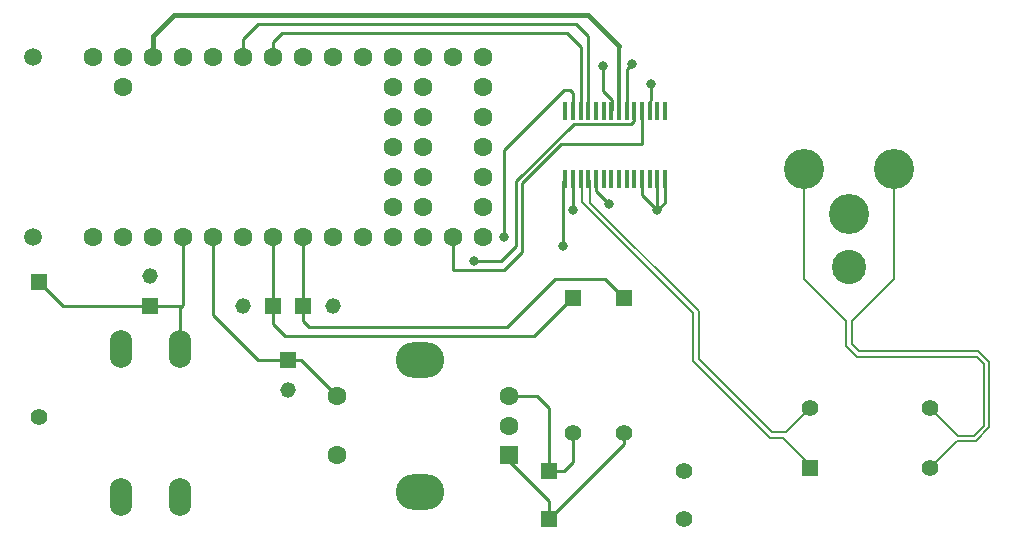
<source format=gbr>
%TF.GenerationSoftware,KiCad,Pcbnew,9.0.3*%
%TF.CreationDate,2025-08-23T13:52:50+10:00*%
%TF.ProjectId,soundrocket,736f756e-6472-46f6-936b-65742e6b6963,rev?*%
%TF.SameCoordinates,Original*%
%TF.FileFunction,Copper,L1,Top*%
%TF.FilePolarity,Positive*%
%FSLAX46Y46*%
G04 Gerber Fmt 4.6, Leading zero omitted, Abs format (unit mm)*
G04 Created by KiCad (PCBNEW 9.0.3) date 2025-08-23 13:52:50*
%MOMM*%
%LPD*%
G01*
G04 APERTURE LIST*
G04 Aperture macros list*
%AMRoundRect*
0 Rectangle with rounded corners*
0 $1 Rounding radius*
0 $2 $3 $4 $5 $6 $7 $8 $9 X,Y pos of 4 corners*
0 Add a 4 corners polygon primitive as box body*
4,1,4,$2,$3,$4,$5,$6,$7,$8,$9,$2,$3,0*
0 Add four circle primitives for the rounded corners*
1,1,$1+$1,$2,$3*
1,1,$1+$1,$4,$5*
1,1,$1+$1,$6,$7*
1,1,$1+$1,$8,$9*
0 Add four rect primitives between the rounded corners*
20,1,$1+$1,$2,$3,$4,$5,0*
20,1,$1+$1,$4,$5,$6,$7,0*
20,1,$1+$1,$6,$7,$8,$9,0*
20,1,$1+$1,$8,$9,$2,$3,0*%
G04 Aperture macros list end*
%TA.AperFunction,ComponentPad*%
%ADD10C,2.900000*%
%TD*%
%TA.AperFunction,ComponentPad*%
%ADD11C,3.400000*%
%TD*%
%TA.AperFunction,ComponentPad*%
%ADD12C,1.397000*%
%TD*%
%TA.AperFunction,ComponentPad*%
%ADD13R,1.397000X1.397000*%
%TD*%
%TA.AperFunction,ComponentPad*%
%ADD14O,1.900000X3.200000*%
%TD*%
%TA.AperFunction,ComponentPad*%
%ADD15O,4.100000X3.000000*%
%TD*%
%TA.AperFunction,ComponentPad*%
%ADD16C,1.600000*%
%TD*%
%TA.AperFunction,ComponentPad*%
%ADD17RoundRect,0.250000X0.550000X0.550000X-0.550000X0.550000X-0.550000X-0.550000X0.550000X-0.550000X0*%
%TD*%
%TA.AperFunction,ComponentPad*%
%ADD18R,1.318000X1.318000*%
%TD*%
%TA.AperFunction,ComponentPad*%
%ADD19C,1.318000*%
%TD*%
%TA.AperFunction,ComponentPad*%
%ADD20C,1.500000*%
%TD*%
%TA.AperFunction,SMDPad,CuDef*%
%ADD21RoundRect,0.051250X-0.153750X0.733750X-0.153750X-0.733750X0.153750X-0.733750X0.153750X0.733750X0*%
%TD*%
%TA.AperFunction,ViaPad*%
%ADD22C,0.800000*%
%TD*%
%TA.AperFunction,Conductor*%
%ADD23C,0.250000*%
%TD*%
%TA.AperFunction,Conductor*%
%ADD24C,0.200000*%
%TD*%
%TA.AperFunction,Conductor*%
%ADD25C,0.400000*%
%TD*%
%TA.AperFunction,Conductor*%
%ADD26C,0.300000*%
%TD*%
G04 APERTURE END LIST*
D10*
%TO.P,J1,G*%
%TO.N,GND*%
X191008000Y-50038000D03*
D11*
%TO.P,J1,3*%
X191008000Y-45593000D03*
%TO.P,J1,2*%
%TO.N,/XLR-TX-*%
X194818000Y-41783000D03*
%TO.P,J1,1*%
%TO.N,/XLR-TX+*%
X187198000Y-41783000D03*
%TD*%
D12*
%TO.P,PUR1,2*%
%TO.N,3V3*%
X177038000Y-71374000D03*
D13*
%TO.P,PUR1,1*%
%TO.N,Net-(R1-Pad1)*%
X165608000Y-71374000D03*
%TD*%
D12*
%TO.P,PUR2,2*%
%TO.N,3V3*%
X177038000Y-67310000D03*
D13*
%TO.P,PUR2,1*%
%TO.N,Net-(R2-Pad1)*%
X165608000Y-67310000D03*
%TD*%
D12*
%TO.P,PUR5,2*%
%TO.N,3V3*%
X122428000Y-62738000D03*
D13*
%TO.P,PUR5,1*%
%TO.N,Net-(U1-2_OUT2)*%
X122428000Y-51308000D03*
%TD*%
D14*
%TO.P,SW1,4*%
%TO.N,N/C*%
X134366000Y-69496000D03*
%TO.P,SW1,3*%
X129366000Y-69496000D03*
%TO.P,SW1,2,2*%
%TO.N,Net-(U1-2_OUT2)*%
X134366000Y-56996000D03*
%TO.P,SW1,1,1*%
%TO.N,GND*%
X129366000Y-56996000D03*
%TD*%
D15*
%TO.P,SW2,SH*%
%TO.N,N/C*%
X154690000Y-57900000D03*
X154690000Y-69100000D03*
D16*
%TO.P,SW2,S2,S2*%
%TO.N,Net-(U1-3_LRCLK2)*%
X147690000Y-61000000D03*
%TO.P,SW2,S1,S1*%
%TO.N,GND*%
X147690000Y-66000000D03*
%TO.P,SW2,C,C*%
X162190000Y-63500000D03*
%TO.P,SW2,B,B*%
%TO.N,Net-(R2-Pad1)*%
X162190000Y-61000000D03*
D17*
%TO.P,SW2,A,A*%
%TO.N,Net-(R1-Pad1)*%
X162190000Y-66000000D03*
%TD*%
D18*
%TO.P,C4,1*%
%TO.N,Net-(U1-5_IN2)*%
X142240000Y-53340000D03*
D19*
%TO.P,C4,2*%
%TO.N,GND*%
X139700000Y-53340000D03*
%TD*%
D16*
%TO.P,U1,1,GND*%
%TO.N,unconnected-(U1-GND-Pad1)*%
X127000000Y-47498000D03*
%TO.P,U1,2,0_RX1_CRX2_CS1*%
%TO.N,Net-(U1-0_RX1_CRX2_CS1)*%
X129540000Y-47498000D03*
%TO.P,U1,3,1_TX1_CTX2_MISO1*%
%TO.N,unconnected-(U1-1_TX1_CTX2_MISO1-Pad3)*%
X132080000Y-47498000D03*
%TO.P,U1,4,2_OUT2*%
%TO.N,Net-(U1-2_OUT2)*%
X134620000Y-47498000D03*
%TO.P,U1,5,3_LRCLK2*%
%TO.N,Net-(U1-3_LRCLK2)*%
X137160000Y-47498000D03*
%TO.P,U1,6,4_BCLK2*%
%TO.N,unconnected-(U1-4_BCLK2-Pad6)*%
X139700000Y-47498000D03*
%TO.P,U1,7,5_IN2*%
%TO.N,Net-(U1-5_IN2)*%
X142240000Y-47498000D03*
%TO.P,U1,8,6_OUT1D*%
%TO.N,Net-(U1-6_OUT1D)*%
X144780000Y-47498000D03*
%TO.P,U1,9,7_RX2_OUT1A*%
%TO.N,Net-(U1-7_RX2_OUT1A)*%
X147320000Y-47498000D03*
%TO.P,U1,10,8_TX2_IN1*%
%TO.N,unconnected-(U1-8_TX2_IN1-Pad10)*%
X149860000Y-47498000D03*
%TO.P,U1,11,9_OUT1C*%
%TO.N,unconnected-(U1-9_OUT1C-Pad11)*%
X152400000Y-47498000D03*
%TO.P,U1,12,10_CS_MQSR*%
%TO.N,Net-(U1-10_CS_MQSR)*%
X154940000Y-47498000D03*
%TO.P,U1,13,11_MOSI_CTX1*%
%TO.N,Net-(U1-11_MOSI_CTX1)*%
X157480000Y-47498000D03*
%TO.P,U1,14,12_MISO_MQSL*%
%TO.N,unconnected-(U1-12_MISO_MQSL-Pad14)*%
X160020000Y-47498000D03*
%TO.P,U1,15,VBAT*%
%TO.N,unconnected-(U1-VBAT-Pad15)*%
X160020000Y-44958000D03*
%TO.P,U1,16,3V3*%
%TO.N,unconnected-(U1-3V3-Pad16)*%
X160020000Y-42418000D03*
%TO.P,U1,17,GND*%
%TO.N,unconnected-(U1-GND-Pad17)*%
X160020000Y-39878000D03*
%TO.P,U1,18,PROGRAM*%
%TO.N,unconnected-(U1-PROGRAM-Pad18)*%
X160020000Y-37338000D03*
%TO.P,U1,19,ON_OFF*%
%TO.N,unconnected-(U1-ON_OFF-Pad19)*%
X160020000Y-34798000D03*
%TO.P,U1,20,13_SCK_CRX1_LED*%
%TO.N,unconnected-(U1-13_SCK_CRX1_LED-Pad20)*%
X160020000Y-32258000D03*
%TO.P,U1,21,14_A0_TX3_SPDIF_OUT*%
%TO.N,unconnected-(U1-14_A0_TX3_SPDIF_OUT-Pad21)*%
X157480000Y-32258000D03*
%TO.P,U1,22,15_A1_RX3_SPDIF_IN*%
%TO.N,unconnected-(U1-15_A1_RX3_SPDIF_IN-Pad22)*%
X154940000Y-32258000D03*
%TO.P,U1,23,16_A2_RX4_SCL1*%
%TO.N,unconnected-(U1-16_A2_RX4_SCL1-Pad23)*%
X152400000Y-32258000D03*
%TO.P,U1,24,17_A3_TX4_SDA1*%
%TO.N,unconnected-(U1-17_A3_TX4_SDA1-Pad24)*%
X149860000Y-32258000D03*
%TO.P,U1,25,18_A4_SDA0*%
%TO.N,unconnected-(U1-18_A4_SDA0-Pad25)*%
X147320000Y-32258000D03*
%TO.P,U1,26,19_A5_SCL0*%
%TO.N,Net-(U1-19_A5_SCL0)*%
X144780000Y-32258000D03*
%TO.P,U1,27,20_A6_TX5_LRCLK1*%
%TO.N,Net-(U1-20_A6_TX5_LRCLK1)*%
X142240000Y-32258000D03*
%TO.P,U1,28,21_A7_RX5_BCLK1*%
%TO.N,Net-(U1-21_A7_RX5_BCLK1)*%
X139700000Y-32258000D03*
%TO.P,U1,29,22_A8_CTX1*%
%TO.N,unconnected-(U1-22_A8_CTX1-Pad29)*%
X137160000Y-32258000D03*
%TO.P,U1,30,23_A9_CRX1_MCLK1*%
%TO.N,Net-(U1-23_A9_CRX1_MCLK1)*%
X134620000Y-32258000D03*
%TO.P,U1,31,3V3*%
%TO.N,3V3*%
X132080000Y-32258000D03*
%TO.P,U1,32,GND*%
%TO.N,GND*%
X129540000Y-32258000D03*
%TO.P,U1,33,VIN*%
%TO.N,5V0*%
X127000000Y-32258000D03*
%TO.P,U1,34,VUSB*%
%TO.N,unconnected-(U1-VUSB-Pad34)*%
X129540000Y-34798000D03*
%TO.P,U1,35,24_A10_TX6_SCL2*%
%TO.N,unconnected-(U1-24_A10_TX6_SCL2-Pad35)*%
X154940000Y-34798000D03*
%TO.P,U1,36,25_A11_RX6_SDA2*%
%TO.N,unconnected-(U1-25_A11_RX6_SDA2-Pad36)*%
X152400000Y-34798000D03*
%TO.P,U1,37,26_A12_MOSI1*%
%TO.N,unconnected-(U1-26_A12_MOSI1-Pad37)*%
X154940000Y-37338000D03*
%TO.P,U1,38,27_A13_SCK1*%
%TO.N,unconnected-(U1-27_A13_SCK1-Pad38)*%
X152400000Y-37338000D03*
%TO.P,U1,39,28_RX7*%
%TO.N,unconnected-(U1-28_RX7-Pad39)*%
X154940000Y-39878000D03*
%TO.P,U1,40,29_TX7*%
%TO.N,unconnected-(U1-29_TX7-Pad40)*%
X152400000Y-39878000D03*
%TO.P,U1,41,30_CRX3*%
%TO.N,unconnected-(U1-30_CRX3-Pad41)*%
X154940000Y-42418000D03*
%TO.P,U1,42,31_CTX3*%
%TO.N,unconnected-(U1-31_CTX3-Pad42)*%
X152400000Y-42418000D03*
%TO.P,U1,43,32_OUT1B*%
%TO.N,unconnected-(U1-32_OUT1B-Pad43)*%
X154940000Y-44958000D03*
%TO.P,U1,44,33_MCLK2*%
%TO.N,unconnected-(U1-33_MCLK2-Pad44)*%
X152400000Y-44958000D03*
%TD*%
D18*
%TO.P,C2,1*%
%TO.N,Net-(U1-3_LRCLK2)*%
X143510000Y-57912000D03*
D19*
%TO.P,C2,2*%
%TO.N,GND*%
X143510000Y-60452000D03*
%TD*%
D13*
%TO.P,R4,1*%
%TO.N,Net-(U1-6_OUT1D)*%
X171958000Y-52705000D03*
D12*
%TO.P,R4,2*%
%TO.N,Net-(R1-Pad1)*%
X171958000Y-64135000D03*
%TD*%
D13*
%TO.P,T1,1*%
%TO.N,/DIT4192-TX-*%
X187706000Y-67056000D03*
D12*
%TO.P,T1,2*%
%TO.N,/DIT4192-TX+*%
X187706000Y-61976000D03*
%TO.P,T1,3*%
%TO.N,/XLR-TX-*%
X197866000Y-67056000D03*
%TO.P,T1,4*%
%TO.N,/XLR-TX+*%
X197866000Y-61976000D03*
%TD*%
D13*
%TO.P,R3,1*%
%TO.N,Net-(U1-5_IN2)*%
X167640000Y-52705000D03*
D12*
%TO.P,R3,2*%
%TO.N,Net-(R2-Pad1)*%
X167640000Y-64135000D03*
%TD*%
D20*
%TO.P,GND,1*%
%TO.N,GND*%
X121920000Y-47498000D03*
%TD*%
%TO.P,5V,1*%
%TO.N,5V0*%
X121920000Y-32258000D03*
%TD*%
D18*
%TO.P,C3,1*%
%TO.N,Net-(U1-6_OUT1D)*%
X144780000Y-53340000D03*
D19*
%TO.P,C3,2*%
%TO.N,GND*%
X147320000Y-53340000D03*
%TD*%
D21*
%TO.P,U2,1,CSS*%
%TO.N,unconnected-(U2-CSS-Pad1)*%
X175440000Y-36817500D03*
%TO.P,U2,2,COPY/C*%
%TO.N,unconnected-(U2-COPY{slash}C-Pad2)*%
X174790000Y-36817500D03*
%TO.P,U2,3,L*%
%TO.N,Net-(U1-19_A5_SCL0)*%
X174140000Y-36817500D03*
%TO.P,U2,4,CLK1*%
%TO.N,Net-(U1-11_MOSI_CTX1)*%
X173490000Y-36817500D03*
%TO.P,U2,5,CLK0*%
%TO.N,Net-(U1-10_CS_MQSR)*%
X172840000Y-36817500D03*
%TO.P,U2,6,MCLK*%
%TO.N,Net-(U1-23_A9_CRX1_MCLK1)*%
X172190000Y-36817500D03*
%TO.P,U2,7,V_IO*%
%TO.N,3V3*%
X171540000Y-36817500D03*
%TO.P,U2,8,DGND*%
%TO.N,GND*%
X170890000Y-36817500D03*
%TO.P,U2,9,FMT0*%
%TO.N,unconnected-(U2-FMT0-Pad9)*%
X170240000Y-36817500D03*
%TO.P,U2,10,FMT1*%
%TO.N,unconnected-(U2-FMT1-Pad10)*%
X169590000Y-36817500D03*
%TO.P,U2,11,SCLK*%
%TO.N,Net-(U1-21_A7_RX5_BCLK1)*%
X168940000Y-36817500D03*
%TO.P,U2,12,SYNC*%
%TO.N,Net-(U1-20_A6_TX5_LRCLK1)*%
X168290000Y-36817500D03*
%TO.P,U2,13,SDATA*%
%TO.N,Net-(U1-7_RX2_OUT1A)*%
X167640000Y-36817500D03*
%TO.P,U2,14,M/S*%
%TO.N,unconnected-(U2-M{slash}S-Pad14)*%
X166990000Y-36817500D03*
%TO.P,U2,15,RST*%
%TO.N,Net-(U1-0_RX1_CRX2_CS1)*%
X166990000Y-42557500D03*
%TO.P,U2,16,DGND-1*%
%TO.N,GND*%
X167640000Y-42557500D03*
%TO.P,U2,17,TX-*%
%TO.N,/DIT4192-TX-*%
X168290000Y-42557500D03*
%TO.P,U2,18,TX+*%
%TO.N,/DIT4192-TX+*%
X168940000Y-42557500D03*
%TO.P,U2,19,VDD*%
%TO.N,5V0*%
X169590000Y-42557500D03*
%TO.P,U2,20,MDAT*%
%TO.N,unconnected-(U2-MDAT-Pad20)*%
X170240000Y-42557500D03*
%TO.P,U2,21,MONO*%
%TO.N,unconnected-(U2-MONO-Pad21)*%
X170890000Y-42557500D03*
%TO.P,U2,22,AUDIO*%
%TO.N,unconnected-(U2-AUDIO-Pad22)*%
X171540000Y-42557500D03*
%TO.P,U2,23,EMPH*%
%TO.N,unconnected-(U2-EMPH-Pad23)*%
X172190000Y-42557500D03*
%TO.P,U2,24,BLSM*%
%TO.N,unconnected-(U2-BLSM-Pad24)*%
X172840000Y-42557500D03*
%TO.P,U2,25,BLS*%
%TO.N,GND*%
X173490000Y-42557500D03*
%TO.P,U2,26,V*%
%TO.N,unconnected-(U2-V-Pad26)*%
X174140000Y-42557500D03*
%TO.P,U2,27,U*%
%TO.N,GND*%
X174790000Y-42557500D03*
%TO.P,U2,28,MODE*%
X175440000Y-42557500D03*
%TD*%
D18*
%TO.P,C1,1*%
%TO.N,Net-(U1-2_OUT2)*%
X131826000Y-53340000D03*
D19*
%TO.P,C1,2*%
%TO.N,GND*%
X131826000Y-50800000D03*
%TD*%
D22*
%TO.N,Net-(U1-7_RX2_OUT1A)*%
X161798000Y-47498000D03*
%TO.N,GND*%
X174790000Y-45250000D03*
X170180000Y-33020000D03*
X167640000Y-45212000D03*
%TO.N,Net-(U1-0_RX1_CRX2_CS1)*%
X166785001Y-48260000D03*
%TO.N,Net-(U1-10_CS_MQSR)*%
X159258000Y-49530000D03*
%TO.N,Net-(U1-19_A5_SCL0)*%
X174244000Y-34544000D03*
%TO.N,Net-(U1-23_A9_CRX1_MCLK1)*%
X172593000Y-32893000D03*
%TO.N,5V0*%
X170688000Y-44704000D03*
%TD*%
D23*
%TO.N,Net-(U1-20_A6_TX5_LRCLK1)*%
X167132000Y-30226000D02*
X143002000Y-30226000D01*
X168290000Y-31384000D02*
X167132000Y-30226000D01*
X142240000Y-30988000D02*
X142240000Y-32258000D01*
X168290000Y-36817500D02*
X168290000Y-31384000D01*
X143002000Y-30226000D02*
X142240000Y-30988000D01*
%TO.N,Net-(U1-7_RX2_OUT1A)*%
X161798000Y-45974000D02*
X161798000Y-47498000D01*
X166878000Y-35052000D02*
X167386000Y-35052000D01*
X167640000Y-35306000D02*
X167640000Y-36817500D01*
X161798000Y-40132000D02*
X166878000Y-35052000D01*
X167386000Y-35052000D02*
X167640000Y-35306000D01*
X161798000Y-45974000D02*
X161798000Y-40132000D01*
%TO.N,GND*%
X174790000Y-45250000D02*
X175440000Y-44600000D01*
X170180000Y-35179000D02*
X170912576Y-35911576D01*
X175440000Y-44600000D02*
X175440000Y-42557500D01*
X170912576Y-36794924D02*
X170890000Y-36817500D01*
X170912576Y-35911576D02*
X170912576Y-36794924D01*
X167640000Y-42557500D02*
X167640000Y-45212000D01*
X173490000Y-43950000D02*
X173490000Y-42557500D01*
X174790000Y-45250000D02*
X174790000Y-42557500D01*
X174790000Y-45250000D02*
X173490000Y-43950000D01*
X170180000Y-33020000D02*
X170180000Y-35179000D01*
%TO.N,Net-(U1-0_RX1_CRX2_CS1)*%
X166785001Y-48260000D02*
X166785001Y-42762499D01*
X166785001Y-42762499D02*
X166990000Y-42557500D01*
%TO.N,Net-(U1-11_MOSI_CTX1)*%
X157480000Y-47498000D02*
X157480000Y-50292000D01*
X163322000Y-48768000D02*
X163322000Y-42926000D01*
X163322000Y-42926000D02*
X166624000Y-39624000D01*
X173490000Y-39616000D02*
X173490000Y-36817500D01*
X157480000Y-50292000D02*
X161798000Y-50292000D01*
X161798000Y-50292000D02*
X163322000Y-48768000D01*
X166624000Y-39624000D02*
X173482000Y-39624000D01*
X173482000Y-39624000D02*
X173490000Y-39616000D01*
%TO.N,Net-(U1-10_CS_MQSR)*%
X159258000Y-49530000D02*
X161544000Y-49530000D01*
X167681690Y-37928500D02*
X172558500Y-37928500D01*
X172558500Y-37928500D02*
X172840000Y-37647000D01*
X172840000Y-37647000D02*
X172840000Y-36817500D01*
X161544000Y-49530000D02*
X162814000Y-48260000D01*
X162814000Y-48260000D02*
X162814000Y-42796190D01*
X162814000Y-42796190D02*
X167681690Y-37928500D01*
%TO.N,Net-(U1-21_A7_RX5_BCLK1)*%
X139700000Y-30734000D02*
X140970000Y-29464000D01*
X139700000Y-32258000D02*
X139700000Y-30734000D01*
X168940000Y-30510000D02*
X168940000Y-36817500D01*
X167894000Y-29464000D02*
X168940000Y-30510000D01*
X140970000Y-29464000D02*
X167894000Y-29464000D01*
%TO.N,Net-(U1-19_A5_SCL0)*%
X174244000Y-35928501D02*
X174140000Y-36032501D01*
X174244000Y-34544000D02*
X174244000Y-35928501D01*
X174140000Y-36032501D02*
X174140000Y-36817500D01*
%TO.N,Net-(U1-23_A9_CRX1_MCLK1)*%
X172212000Y-33274000D02*
X172212000Y-36795500D01*
X172212000Y-36795500D02*
X172190000Y-36817500D01*
X172593000Y-32893000D02*
X172212000Y-33274000D01*
%TO.N,Net-(U1-2_OUT2)*%
X124460000Y-53340000D02*
X122428000Y-51308000D01*
X134620000Y-53226000D02*
X134506000Y-53340000D01*
X134620000Y-47498000D02*
X134620000Y-53226000D01*
X134506000Y-53340000D02*
X134366000Y-53480000D01*
X131826000Y-53340000D02*
X124460000Y-53340000D01*
X134506000Y-53340000D02*
X131826000Y-53340000D01*
X134366000Y-53480000D02*
X134366000Y-56996000D01*
%TO.N,Net-(U1-5_IN2)*%
X143256000Y-55880000D02*
X142240000Y-54864000D01*
X167640000Y-52705000D02*
X167513000Y-52705000D01*
X142240000Y-47498000D02*
X142240000Y-53340000D01*
X142240000Y-54864000D02*
X142240000Y-53340000D01*
X164338000Y-55880000D02*
X143256000Y-55880000D01*
X167513000Y-52705000D02*
X164338000Y-55880000D01*
%TO.N,Net-(U1-3_LRCLK2)*%
X137160000Y-54102000D02*
X137160000Y-47498000D01*
X144602000Y-57912000D02*
X147690000Y-61000000D01*
X143510000Y-57912000D02*
X144602000Y-57912000D01*
X140970000Y-57912000D02*
X143510000Y-57912000D01*
X137160000Y-54102000D02*
X140970000Y-57912000D01*
%TO.N,Net-(U1-6_OUT1D)*%
X166116000Y-51054000D02*
X170307000Y-51054000D01*
X145288000Y-55118000D02*
X162052000Y-55118000D01*
X170307000Y-51054000D02*
X171958000Y-52705000D01*
X144780000Y-53340000D02*
X144780000Y-54610000D01*
X144780000Y-47498000D02*
X144780000Y-53340000D01*
X144780000Y-54610000D02*
X145288000Y-55118000D01*
X162052000Y-55118000D02*
X166116000Y-51054000D01*
D24*
%TO.N,/DIT4192-TX-*%
X185420000Y-64487000D02*
X187706000Y-66773000D01*
X168434000Y-44581478D02*
X177829000Y-53976478D01*
X177829000Y-53976478D02*
X177829000Y-58005198D01*
X168434000Y-42701500D02*
X168434000Y-44581478D01*
X168290000Y-42557500D02*
X168434000Y-42701500D01*
X187706000Y-66773000D02*
X187706000Y-67056000D01*
X177829000Y-58005198D02*
X184310802Y-64487000D01*
X184310802Y-64487000D02*
X185420000Y-64487000D01*
%TO.N,/DIT4192-TX+*%
X178279000Y-53790110D02*
X178279000Y-57818802D01*
X184497198Y-64037000D02*
X185645000Y-64037000D01*
X168940000Y-42571103D02*
X169084000Y-42715103D01*
X169084000Y-44595110D02*
X178279000Y-53790110D01*
X185645000Y-64037000D02*
X187706000Y-61976000D01*
X178279000Y-57818802D02*
X184497198Y-64037000D01*
X169084000Y-42715103D02*
X169084000Y-44595110D01*
X168940000Y-42557500D02*
X168940000Y-42571103D01*
D23*
%TO.N,5V0*%
X170688000Y-44704000D02*
X169590000Y-43606000D01*
X169590000Y-43606000D02*
X169590000Y-42557500D01*
D24*
%TO.N,/XLR-TX-*%
X191863198Y-57179000D02*
X191233000Y-56548802D01*
X201735100Y-64770000D02*
X202868000Y-63637100D01*
X191233000Y-54610000D02*
X194818000Y-51025000D01*
X194818000Y-51025000D02*
X194818000Y-41783000D01*
X191233000Y-56548802D02*
X191233000Y-54610000D01*
X200152000Y-64770000D02*
X201735100Y-64770000D01*
X202002902Y-57228000D02*
X201974198Y-57228000D01*
X201974198Y-57228000D02*
X202023198Y-57179000D01*
X202868000Y-58093098D02*
X202002902Y-57228000D01*
X202023198Y-57179000D02*
X191863198Y-57179000D01*
X202868000Y-63637100D02*
X202868000Y-58093098D01*
X197866000Y-67056000D02*
X200152000Y-64770000D01*
%TO.N,/XLR-TX+*%
X201569000Y-64369000D02*
X200259000Y-64369000D01*
X201836802Y-57629000D02*
X202467000Y-58259198D01*
X190783000Y-54610000D02*
X190783000Y-56735198D01*
X190783000Y-56735198D02*
X191676802Y-57629000D01*
X202467000Y-63471000D02*
X201569000Y-64369000D01*
X190783000Y-54610000D02*
X187198000Y-51025000D01*
X191676802Y-57629000D02*
X201836802Y-57629000D01*
X202467000Y-58259198D02*
X202467000Y-63471000D01*
X200259000Y-64369000D02*
X197866000Y-61976000D01*
X187198000Y-51025000D02*
X187198000Y-41783000D01*
D23*
%TO.N,Net-(R1-Pad1)*%
X171958000Y-64135000D02*
X171958000Y-65024000D01*
X171958000Y-65024000D02*
X165608000Y-71374000D01*
X162190000Y-66432000D02*
X162190000Y-66000000D01*
X165608000Y-71374000D02*
X165608000Y-69850000D01*
X162520000Y-66000000D02*
X162190000Y-66000000D01*
X165608000Y-69850000D02*
X162190000Y-66432000D01*
%TO.N,Net-(R2-Pad1)*%
X166878000Y-67310000D02*
X165608000Y-67310000D01*
X167640000Y-64135000D02*
X167640000Y-66548000D01*
X165608000Y-61976000D02*
X164632000Y-61000000D01*
X165608000Y-67310000D02*
X165608000Y-61976000D01*
X164632000Y-61000000D02*
X162190000Y-61000000D01*
X167640000Y-66548000D02*
X166878000Y-67310000D01*
D25*
%TO.N,3V3*%
X132080000Y-30480000D02*
X133858000Y-28702000D01*
X133858000Y-28702000D02*
X168910000Y-28702000D01*
X132080000Y-32258000D02*
X132080000Y-30480000D01*
X168910000Y-28702000D02*
X171540000Y-31332000D01*
D26*
X171540000Y-31332000D02*
X171540000Y-36817500D01*
%TD*%
M02*

</source>
